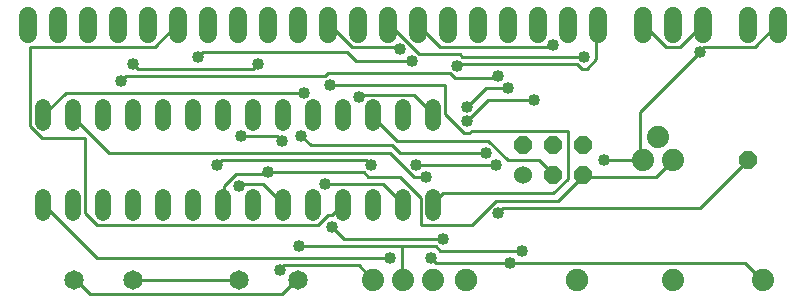
<source format=gbl>
G75*
G70*
%OFA0B0*%
%FSLAX24Y24*%
%IPPOS*%
%LPD*%
%AMOC8*
5,1,8,0,0,1.08239X$1,22.5*
%
%ADD10C,0.0520*%
%ADD11C,0.0740*%
%ADD12C,0.0600*%
%ADD13C,0.0600*%
%ADD14OC8,0.0600*%
%ADD15C,0.0650*%
%ADD16C,0.0750*%
%ADD17C,0.0100*%
%ADD18C,0.0400*%
D10*
X002109Y003347D02*
X002109Y003867D01*
X003109Y003867D02*
X003109Y003347D01*
X004109Y003347D02*
X004109Y003867D01*
X005109Y003867D02*
X005109Y003347D01*
X006109Y003347D02*
X006109Y003867D01*
X007109Y003867D02*
X007109Y003347D01*
X008109Y003347D02*
X008109Y003867D01*
X009109Y003867D02*
X009109Y003347D01*
X010109Y003347D02*
X010109Y003867D01*
X011109Y003867D02*
X011109Y003347D01*
X012109Y003347D02*
X012109Y003867D01*
X013109Y003867D02*
X013109Y003347D01*
X014109Y003347D02*
X014109Y003867D01*
X015109Y003867D02*
X015109Y003347D01*
X015109Y006347D02*
X015109Y006867D01*
X014109Y006867D02*
X014109Y006347D01*
X013109Y006347D02*
X013109Y006867D01*
X012109Y006867D02*
X012109Y006347D01*
X011109Y006347D02*
X011109Y006867D01*
X010109Y006867D02*
X010109Y006347D01*
X009109Y006347D02*
X009109Y006867D01*
X008109Y006867D02*
X008109Y006347D01*
X007109Y006347D02*
X007109Y006867D01*
X006109Y006867D02*
X006109Y006347D01*
X005109Y006347D02*
X005109Y006867D01*
X004109Y006867D02*
X004109Y006347D01*
X003109Y006347D02*
X003109Y006867D01*
X002109Y006867D02*
X002109Y006347D01*
D11*
X013109Y001107D03*
X014109Y001107D03*
X015109Y001107D03*
X023109Y001107D03*
X026109Y001107D03*
X023109Y005107D03*
X022109Y005107D03*
X022609Y005857D03*
D12*
X023109Y009307D02*
X023109Y009907D01*
X022109Y009907D02*
X022109Y009307D01*
X020609Y009307D02*
X020609Y009907D01*
X019609Y009907D02*
X019609Y009307D01*
X018609Y009307D02*
X018609Y009907D01*
X017609Y009907D02*
X017609Y009307D01*
X016609Y009307D02*
X016609Y009907D01*
X015609Y009907D02*
X015609Y009307D01*
X014609Y009307D02*
X014609Y009907D01*
X013609Y009907D02*
X013609Y009307D01*
X012609Y009307D02*
X012609Y009907D01*
X011609Y009907D02*
X011609Y009307D01*
X010609Y009307D02*
X010609Y009907D01*
X009609Y009907D02*
X009609Y009307D01*
X008609Y009307D02*
X008609Y009907D01*
X007609Y009907D02*
X007609Y009307D01*
X006609Y009307D02*
X006609Y009907D01*
X005609Y009907D02*
X005609Y009307D01*
X004609Y009307D02*
X004609Y009907D01*
X003609Y009907D02*
X003609Y009307D01*
X002609Y009307D02*
X002609Y009907D01*
X001609Y009907D02*
X001609Y009307D01*
X024109Y009307D02*
X024109Y009907D01*
X025609Y009907D02*
X025609Y009307D01*
X026609Y009307D02*
X026609Y009907D01*
D13*
X018109Y004607D03*
D14*
X019109Y004607D03*
X020109Y004607D03*
X020109Y005607D03*
X019109Y005607D03*
X018109Y005607D03*
X025609Y005107D03*
D15*
X003124Y001107D03*
X005093Y001107D03*
X008624Y001107D03*
X010593Y001107D03*
D16*
X016209Y001107D03*
X019909Y001107D03*
D17*
X017669Y001667D02*
X015189Y001667D01*
X015029Y001827D01*
X015349Y002067D02*
X018069Y002067D01*
X017669Y001667D02*
X025509Y001667D01*
X026069Y001107D01*
X026109Y001107D01*
X023989Y003507D02*
X025589Y005107D01*
X025609Y005107D01*
X023109Y005107D02*
X022549Y004547D01*
X020149Y004547D01*
X020109Y004607D01*
X020069Y004547D01*
X019269Y003747D01*
X017189Y003747D01*
X016389Y002947D01*
X014709Y002947D01*
X014709Y003827D01*
X013989Y004547D01*
X012949Y004547D01*
X012789Y004707D01*
X009589Y004707D01*
X009509Y004627D01*
X008549Y004627D01*
X008149Y004227D01*
X008149Y003667D01*
X008109Y003607D01*
X008629Y004227D02*
X008709Y004307D01*
X009429Y004307D01*
X010069Y003667D01*
X010109Y003607D01*
X011269Y002947D02*
X011589Y003267D01*
X011749Y003267D01*
X012069Y003587D01*
X012109Y003607D01*
X011509Y004307D02*
X013429Y004307D01*
X014069Y003667D01*
X014109Y003607D01*
X015109Y003607D02*
X015109Y003667D01*
X015429Y003987D01*
X019109Y003987D01*
X019589Y004467D01*
X019589Y006067D01*
X016389Y006067D01*
X016309Y005987D01*
X016149Y005987D01*
X015509Y006627D01*
X015509Y007587D01*
X011669Y007587D01*
X011509Y007907D02*
X011589Y007987D01*
X015669Y007987D01*
X015829Y007827D01*
X017189Y007827D01*
X017269Y007907D01*
X017589Y007507D02*
X016869Y007507D01*
X016229Y006867D01*
X016229Y006387D02*
X016949Y007107D01*
X018469Y007107D01*
X019909Y008307D02*
X020069Y008147D01*
X020229Y008147D01*
X020549Y008467D01*
X020549Y009587D01*
X020609Y009607D01*
X022109Y009607D02*
X022149Y009587D01*
X022869Y008867D01*
X023349Y008867D01*
X024069Y009587D01*
X024109Y009607D01*
X024149Y008867D02*
X025829Y008867D01*
X026549Y009587D01*
X026609Y009607D01*
X024149Y008867D02*
X023989Y008707D01*
X021989Y006707D01*
X021989Y005107D01*
X022109Y005107D01*
X022069Y005107D01*
X021989Y005107D02*
X020789Y005107D01*
X019109Y004627D02*
X019109Y004607D01*
X019109Y004627D02*
X018629Y005107D01*
X017589Y005107D01*
X016949Y005747D01*
X013909Y005747D01*
X013109Y006547D01*
X013109Y006607D01*
X012629Y007187D02*
X012709Y007267D01*
X014469Y007267D01*
X015109Y006627D01*
X015109Y006607D01*
X013989Y005347D02*
X013749Y005587D01*
X011029Y005587D01*
X010709Y005907D01*
X010069Y005747D02*
X009909Y005907D01*
X008709Y005907D01*
X008069Y005107D02*
X007909Y004947D01*
X008069Y005107D02*
X012869Y005107D01*
X013029Y004947D01*
X013669Y005347D02*
X014469Y004547D01*
X014869Y004547D01*
X014549Y004947D02*
X017189Y004947D01*
X016869Y005347D02*
X013989Y005347D01*
X013669Y005347D02*
X004309Y005347D01*
X003109Y006547D01*
X003109Y006607D01*
X002869Y007347D02*
X002149Y006627D01*
X002109Y006607D01*
X001669Y006227D02*
X001669Y008867D01*
X005829Y008867D01*
X006549Y009587D01*
X006609Y009607D01*
X007429Y008707D02*
X012229Y008707D01*
X012549Y008387D01*
X014389Y008387D01*
X014629Y008627D02*
X013669Y009587D01*
X013609Y009607D01*
X014609Y009607D02*
X015349Y008867D01*
X019029Y008867D01*
X019109Y008947D01*
X020149Y008547D02*
X016069Y008547D01*
X015989Y008627D01*
X014629Y008627D01*
X013989Y008787D02*
X013909Y008867D01*
X012389Y008867D01*
X011669Y009587D01*
X011609Y009607D01*
X009269Y008307D02*
X009109Y008147D01*
X005269Y008147D01*
X005109Y008307D01*
X004869Y007907D02*
X011509Y007907D01*
X010789Y007347D02*
X002869Y007347D01*
X004709Y007747D02*
X004869Y007907D01*
X007269Y008547D02*
X007429Y008707D01*
X002069Y005827D02*
X001669Y006227D01*
X002069Y005827D02*
X003509Y005827D01*
X003509Y003347D01*
X003909Y002947D01*
X011269Y002947D01*
X011749Y002867D02*
X012149Y002467D01*
X015429Y002467D01*
X015189Y002227D02*
X015349Y002067D01*
X015189Y002227D02*
X014069Y002227D01*
X010629Y002227D01*
X010149Y001587D02*
X012629Y001587D01*
X013109Y001107D01*
X014069Y001107D02*
X014109Y001107D01*
X014069Y001107D02*
X014069Y002227D01*
X013669Y001827D02*
X003909Y001827D01*
X002149Y003587D01*
X002109Y003607D01*
X003124Y001107D02*
X003189Y001107D01*
X003669Y000627D01*
X010069Y000627D01*
X010549Y001107D01*
X010593Y001107D01*
X010149Y001587D02*
X009989Y001427D01*
X008624Y001107D02*
X005093Y001107D01*
X017269Y003347D02*
X017429Y003507D01*
X023989Y003507D01*
X015989Y008307D02*
X015909Y008227D01*
X015989Y008307D02*
X019909Y008307D01*
D18*
X020149Y008547D03*
X019109Y008947D03*
X017269Y007907D03*
X017589Y007507D03*
X018469Y007107D03*
X016229Y006867D03*
X016229Y006387D03*
X016869Y005347D03*
X017189Y004947D03*
X014869Y004547D03*
X014549Y004947D03*
X013029Y004947D03*
X011509Y004307D03*
X009589Y004707D03*
X008629Y004227D03*
X007909Y004947D03*
X008709Y005907D03*
X010069Y005747D03*
X010709Y005907D03*
X012629Y007187D03*
X011669Y007587D03*
X010789Y007347D03*
X009269Y008307D03*
X007269Y008547D03*
X005109Y008307D03*
X004709Y007747D03*
X013989Y008787D03*
X014389Y008387D03*
X015909Y008227D03*
X020789Y005107D03*
X017269Y003347D03*
X015429Y002467D03*
X015029Y001827D03*
X013669Y001827D03*
X011749Y002867D03*
X010629Y002227D03*
X009989Y001427D03*
X017669Y001667D03*
X018069Y002067D03*
X023989Y008707D03*
M02*

</source>
